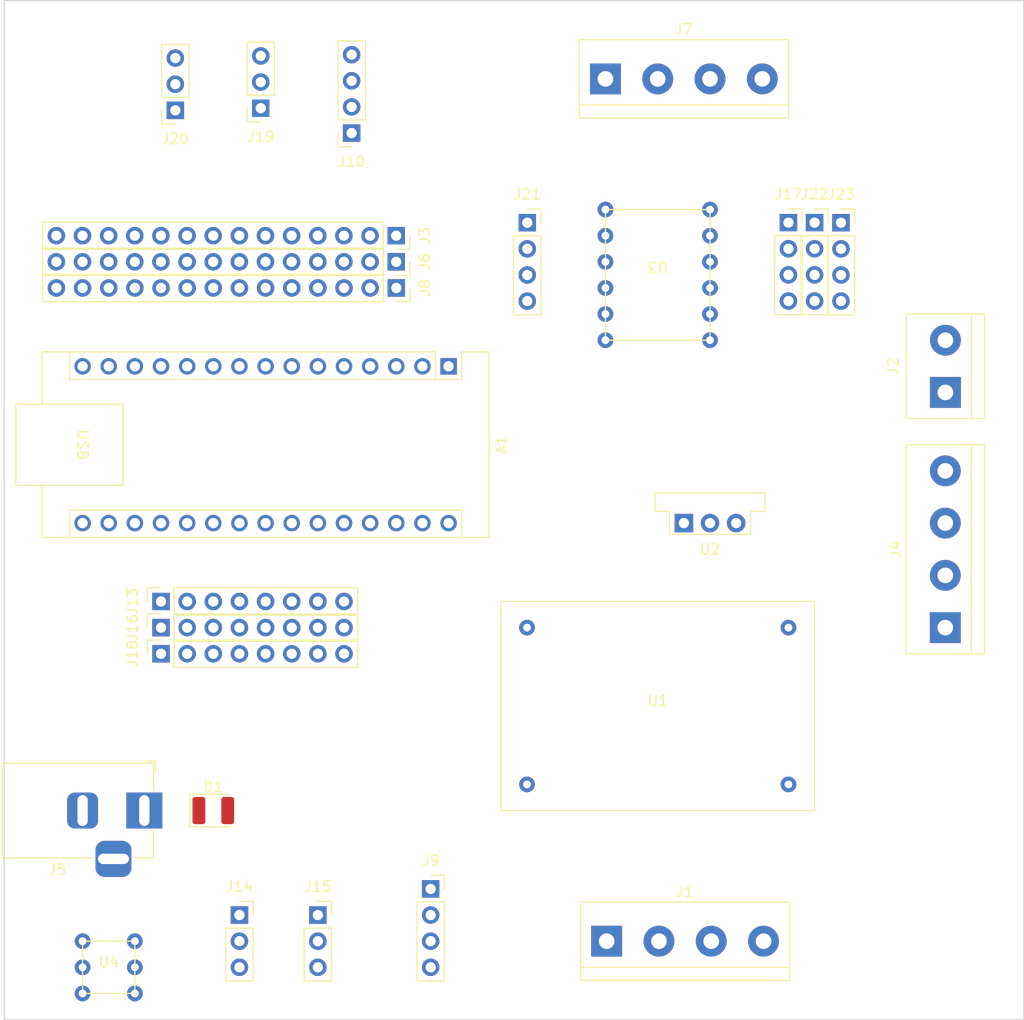
<source format=kicad_pcb>
(kicad_pcb (version 20211014) (generator pcbnew)
  (layers (0 "F.Cu" signal) (31 "B.Cu" signal) (34 "B.Paste" user) (35 "F.Paste" user) (36 "B.SilkS" user "B.Silkscreen") (37 "F.SilkS" user "F.Silkscreen") (38 "B.Mask" user) (39 "F.Mask" user) (44 "Edge.Cuts" user))
  (net 0 "")
  (net 1 "TX")
  (net 2 "RX")
  (net 4 "GND")
  (net 5 "Net-(A1-Pad5)")
  (net 6 "Net-(A1-Pad6)")
  (net 7 "Net-(A1-Pad7)")
  (net 8 "D5")
  (net 9 "D6")
  (net 10 "Net-(A1-Pad10)")
  (net 11 "Net-(A1-Pad11)")
  (net 12 "Net-(A1-Pad12)")
  (net 13 "Net-(A1-Pad13)")
  (net 14 "Net-(A1-Pad14)")
  (net 15 "Net-(A1-Pad15)")
  (net 16 "Net-(A1-Pad16)")
  (net 19 "A0")
  (net 20 "A1")
  (net 21 "Net-(A1-Pad21)")
  (net 22 "Net-(A1-Pad22)")
  (net 23 "SDA")
  (net 24 "SCL")
  (net 25 "Net-(A1-Pad25)")
  (net 26 "Net-(A1-Pad26)")
  (net 30 "+12VA")
  (net 31 "Net-(D1-Pad2)")
  (net 32 "+5VA")
  (net 33 "+3.3VA")
  (net 34 "+5V")
  (net 35 "Net-(J17-Pad1)")
  (net 36 "Net-(J17-Pad2)")
  (net 37 "Net-(J17-Pad3)")
  (net 38 "Net-(J17-Pad4)")
  (net 39 "Net-(J21-Pad1)")
  (net 40 "Net-(J21-Pad2)")
  (net 41 "Net-(J21-Pad3)")
  (net 42 "Net-(J21-Pad4)")
  (net 43 "+3.3V")
  (footprint "Converter_DCDC:Converter_DCDC_Murata_OKI-78SR_Vertical" (layer "F.Cu") (at 91.44 111.76)
    (fp_text reference "U2" (at 2.54 2.54 180) (layer "F.SilkS"))
    (fp_text value "dcdc-3v3")
    (fp_line (start 7.88 -1.15) (end 7.88 -2.92) (layer "F.SilkS") (width 0.12))
    (fp_line (start 7.88 -2.92) (end -2.79 -2.92) (layer "F.SilkS") (width 0.12))
    (fp_line (start 7.88 -1.14) (end 6.48 -1.14) (layer "F.SilkS") (width 0.12))
    (fp_line (start 6.48 -1.14) (end 6.48 1.1) (layer "F.SilkS") (width 0.12))
    (fp_line (start 6.48 1.1) (end -1.4 1.1) (layer "F.SilkS") (width 0.12))
    (fp_line (start -1.4 1.1) (end -1.4 -1.14) (layer "F.SilkS") (width 0.12))
    (fp_line (start -1.4 -1.14) (end -2.79 -1.14) (layer "F.SilkS") (width 0.12))
    (fp_line (start -2.79 -2.92) (end -2.79 -1.14) (layer "F.SilkS") (width 0.12))
    (pad "1" thru_hole rect (at 0 0) (size 1.8 1.8) (drill 1) (layers *.Cu *.Mask) (net 32 "+5VA"))
    (pad "2" thru_hole circle (at 2.54 0) (size 1.8 1.8) (drill 1) (layers *.Cu *.Mask) (net 4 "GND"))
    (pad "3" thru_hole circle (at 5.08 0) (size 1.8 1.8) (drill 1) (layers *.Cu *.Mask) (net 33 "+3.3VA"))
  )
  (footprint "Connector_BarrelJack:BarrelJack_Horizontal" (layer "F.Cu") (at 39.02 139.7)
    (fp_text reference "J5" (at -8.45 5.75) (layer "F.SilkS"))
    (fp_text value "power")
    (fp_line (start -13.8 -4.6) (end 0.9 -4.6) (layer "F.SilkS") (width 0.12))
    (fp_line (start -13.8 4.6) (end -13.8 -4.6) (layer "F.SilkS") (width 0.12))
    (fp_line (start -5 4.6) (end -13.8 4.6) (layer "F.SilkS") (width 0.12))
    (fp_line (start 0.05 -4.8) (end 1.1 -4.8) (layer "F.SilkS") (width 0.12))
    (fp_line (start 1.1 -3.75) (end 1.1 -4.8) (layer "F.SilkS") (width 0.12))
    (fp_line (start 0.9 1.9) (end 0.9 4.6) (layer "F.SilkS") (width 0.12))
    (fp_line (start 0.9 4.6) (end -1 4.6) (layer "F.SilkS") (width 0.12))
    (fp_line (start 0.9 -4.6) (end 0.9 -2) (layer "F.SilkS") (width 0.12))
    (pad "1" thru_hole rect (at 0 0) (size 3.5 3.5) (drill oval 1 3) (layers *.Cu *.Mask) (net 31 "Net-(D1-Pad2)"))
    (pad "2" thru_hole roundrect (at -6 0) (size 3 3.5) (drill oval 1 3) (layers *.Cu *.Mask) (net 4 "GND"))
    (pad "3" thru_hole roundrect (at -3 4.7) (size 3.5 3.5) (drill oval 3 1) (layers *.Cu *.Mask) (net 4 "GND"))
  )
  (footprint "Connector_PinSocket_2.54mm:PinSocket_1x08_P2.54mm_Vertical" (layer "F.Cu") (at 40.64 119.38 90)
    (fp_text reference "J13" (at 0 -2.77 90) (layer "F.SilkS"))
    (fp_text value "io")
    (fp_line (start 1.33 1.27) (end 1.33 19.11) (layer "F.SilkS") (width 0.12))
    (fp_line (start -1.33 19.11) (end 1.33 19.11) (layer "F.SilkS") (width 0.12))
    (fp_line (start -1.33 1.27) (end -1.33 19.11) (layer "F.SilkS") (width 0.12))
    (fp_line (start 0 -1.33) (end 1.33 -1.33) (layer "F.SilkS") (width 0.12))
    (fp_line (start -1.33 1.27) (end 1.33 1.27) (layer "F.SilkS") (width 0.12))
    (fp_line (start 1.33 -1.33) (end 1.33 0) (layer "F.SilkS") (width 0.12))
    (pad "1" thru_hole rect (at 0 0 90) (size 1.7 1.7) (drill 1) (layers *.Cu *.Mask) (net 19 "A0"))
    (pad "2" thru_hole oval (at 0 2.54 90) (size 1.7 1.7) (drill 1) (layers *.Cu *.Mask) (net 20 "A1"))
    (pad "3" thru_hole oval (at 0 5.08 90) (size 1.7 1.7) (drill 1) (layers *.Cu *.Mask) (net 21 "Net-(A1-Pad21)"))
    (pad "4" thru_hole oval (at 0 7.62 90) (size 1.7 1.7) (drill 1) (layers *.Cu *.Mask) (net 22 "Net-(A1-Pad22)"))
    (pad "5" thru_hole oval (at 0 10.16 90) (size 1.7 1.7) (drill 1) (layers *.Cu *.Mask) (net 23 "SDA"))
    (pad "6" thru_hole oval (at 0 12.7 90) (size 1.7 1.7) (drill 1) (layers *.Cu *.Mask) (net 24 "SCL"))
    (pad "7" thru_hole oval (at 0 15.24 90) (size 1.7 1.7) (drill 1) (layers *.Cu *.Mask) (net 25 "Net-(A1-Pad25)"))
    (pad "8" thru_hole oval (at 0 17.78 90) (size 1.7 1.7) (drill 1) (layers *.Cu *.Mask) (net 26 "Net-(A1-Pad26)"))
  )
  (footprint "Connector_PinSocket_2.54mm:PinSocket_1x03_P2.54mm_Vertical" (layer "F.Cu") (at 48.26 149.86)
    (fp_text reference "J14" (at 0 -2.77) (layer "F.SilkS"))
    (fp_text value "a0")
    (fp_line (start 1.33 -1.33) (end 1.33 0) (layer "F.SilkS") (width 0.12))
    (fp_line (start 0 -1.33) (end 1.33 -1.33) (layer "F.SilkS") (width 0.12))
    (fp_line (start 1.33 1.27) (end 1.33 6.41) (layer "F.SilkS") (width 0.12))
    (fp_line (start -1.33 6.41) (end 1.33 6.41) (layer "F.SilkS") (width 0.12))
    (fp_line (start -1.33 1.27) (end -1.33 6.41) (layer "F.SilkS") (width 0.12))
    (fp_line (start -1.33 1.27) (end 1.33 1.27) (layer "F.SilkS") (width 0.12))
    (pad "1" thru_hole rect (at 0 0) (size 1.7 1.7) (drill 1) (layers *.Cu *.Mask) (net 19 "A0"))
    (pad "2" thru_hole oval (at 0 2.54) (size 1.7 1.7) (drill 1) (layers *.Cu *.Mask) (net 34 "+5V"))
    (pad "3" thru_hole oval (at 0 5.08) (size 1.7 1.7) (drill 1) (layers *.Cu *.Mask) (net 4 "GND"))
  )
  (footprint "TerminalBlock:TerminalBlock_bornier-4_P5.08mm" (layer "F.Cu") (at 116.84 121.92 90)
    (fp_text reference "J4" (at 7.6 -4.8 90) (layer "F.SilkS"))
    (fp_text value "power")
    (fp_line (start -2.54 -3.81) (end -2.54 3.81) (layer "F.SilkS") (width 0.12))
    (fp_line (start 17.78 2.54) (end -2.54 2.54) (layer "F.SilkS") (width 0.12))
    (fp_line (start -2.54 -3.81) (end 17.78 -3.81) (layer "F.SilkS") (width 0.12))
    (fp_line (start 17.78 3.81) (end 17.78 -3.81) (layer "F.SilkS") (width 0.12))
    (fp_line (start -2.54 3.81) (end 17.78 3.81) (layer "F.SilkS") (width 0.12))
    (pad "1" thru_hole rect (at 0 0 90) (size 3 3) (drill 1.52) (layers *.Cu *.Mask) (net 30 "+12VA"))
    (pad "2" thru_hole circle (at 5.08 0 90) (size 3 3) (drill 1.52) (layers *.Cu *.Mask) (net 32 "+5VA"))
    (pad "3" thru_hole circle (at 10.16 0 90) (size 3 3) (drill 1.52) (layers *.Cu *.Mask) (net 33 "+3.3VA"))
    (pad "4" thru_hole circle (at 15.24 0 90) (size 3 3) (drill 1.52) (layers *.Cu *.Mask) (net 4 "GND"))
  )
  (footprint "TerminalBlock:TerminalBlock_bornier-2_P5.08mm" (layer "F.Cu") (at 116.85 99.06 90)
    (fp_text reference "J2" (at 2.54 -5.08 90) (layer "F.SilkS"))
    (fp_text value "i2c")
    (fp_line (start 7.62 3.81) (end 7.62 -3.81) (layer "F.SilkS") (width 0.12))
    (fp_line (start -2.54 -3.81) (end -2.54 3.81) (layer "F.SilkS") (width 0.12))
    (fp_line (start 7.62 2.54) (end -2.54 2.54) (layer "F.SilkS") (width 0.12))
    (fp_line (start -2.54 3.81) (end 7.62 3.81) (layer "F.SilkS") (width 0.12))
    (fp_line (start 7.62 -3.81) (end -2.54 -3.81) (layer "F.SilkS") (width 0.12))
    (pad "1" thru_hole rect (at 0 0 90) (size 3 3) (drill 1.52) (layers *.Cu *.Mask) (net 23 "SDA"))
    (pad "2" thru_hole circle (at 5.08 0 90) (size 3 3) (drill 1.52) (layers *.Cu *.Mask) (net 24 "SCL"))
  )
  (footprint "Connector_PinSocket_2.54mm:PinSocket_1x14_P2.54mm_Vertical" (layer "F.Cu") (at 63.49 83.82 -90)
    (fp_text reference "J3" (at 0 -2.77 90) (layer "F.SilkS"))
    (fp_text value "gnd")
    (fp_line (start 1.33 1.27) (end 1.33 34.35) (layer "F.SilkS") (width 0.12))
    (fp_line (start 0 -1.33) (end 1.33 -1.33) (layer "F.SilkS") (width 0.12))
    (fp_line (start -1.33 1.27) (end -1.33 34.35) (layer "F.SilkS") (width 0.12))
    (fp_line (start 1.33 -1.33) (end 1.33 0) (layer "F.SilkS") (width 0.12))
    (fp_line (start -1.33 34.35) (end 1.33 34.35) (layer "F.SilkS") (width 0.12))
    (fp_line (start -1.33 1.27) (end 1.33 1.27) (layer "F.SilkS") (width 0.12))
    (pad "1" thru_hole rect (at 0 0 270) (size 1.7 1.7) (drill 1) (layers *.Cu *.Mask) (net 4 "GND"))
    (pad "2" thru_hole oval (at 0 2.54 270) (size 1.7 1.7) (drill 1) (layers *.Cu *.Mask) (net 4 "GND"))
    (pad "3" thru_hole oval (at 0 5.08 270) (size 1.7 1.7) (drill 1) (layers *.Cu *.Mask) (net 4 "GND"))
    (pad "4" thru_hole oval (at 0 7.62 270) (size 1.7 1.7) (drill 1) (layers *.Cu *.Mask) (net 4 "GND"))
    (pad "5" thru_hole oval (at 0 10.16 270) (size 1.7 1.7) (drill 1) (layers *.Cu *.Mask) (net 4 "GND"))
    (pad "6" thru_hole oval (at 0 12.7 270) (size 1.7 1.7) (drill 1) (layers *.Cu *.Mask) (net 4 "GND"))
    (pad "7" thru_hole oval (at 0 15.24 270) (size 1.7 1.7) (drill 1) (layers *.Cu *.Mask) (net 4 "GND"))
    (pad "8" thru_hole oval (at 0 17.78 270) (size 1.7 1.7) (drill 1) (layers *.Cu *.Mask) (net 4 "GND"))
    (pad "9" thru_hole oval (at 0 20.32 270) (size 1.7 1.7) (drill 1) (layers *.Cu *.Mask) (net 4 "GND"))
    (pad "10" thru_hole oval (at 0 22.86 270) (size 1.7 1.7) (drill 1) (layers *.Cu *.Mask) (net 4 "GND"))
    (pad "11" thru_hole oval (at 0 25.4 270) (size 1.7 1.7) (drill 1) (layers *.Cu *.Mask) (net 4 "GND"))
    (pad "12" thru_hole oval (at 0 27.94 270) (size 1.7 1.7) (drill 1) (layers *.Cu *.Mask) (net 4 "GND"))
    (pad "13" thru_hole oval (at 0 30.48 270) (size 1.7 1.7) (drill 1) (layers *.Cu *.Mask) (net 4 "GND"))
    (pad "14" thru_hole oval (at 0 33.02 270) (size 1.7 1.7) (drill 1) (layers *.Cu *.Mask) (net 4 "GND"))
  )
  (footprint "Connector_PinSocket_2.54mm:PinSocket_1x03_P2.54mm_Vertical" (layer "F.Cu") (at 42.03 71.635 180)
    (fp_text reference "J20" (at 0 -2.77) (layer "F.SilkS"))
    (fp_text value "d6")
    (fp_line (start 1.33 1.27) (end 1.33 6.41) (layer "F.SilkS") (width 0.12))
    (fp_line (start -1.33 1.27) (end 1.33 1.27) (layer "F.SilkS") (width 0.12))
    (fp_line (start -1.33 6.41) (end 1.33 6.41) (layer "F.SilkS") (width 0.12))
    (fp_line (start 0 -1.33) (end 1.33 -1.33) (layer "F.SilkS") (width 0.12))
    (fp_line (start 1.33 -1.33) (end 1.33 0) (layer "F.SilkS") (width 0.12))
    (fp_line (start -1.33 1.27) (end -1.33 6.41) (layer "F.SilkS") (width 0.12))
    (pad "1" thru_hole rect (at 0 0 180) (size 1.7 1.7) (drill 1) (layers *.Cu *.Mask) (net 9 "D6"))
    (pad "2" thru_hole oval (at 0 2.54 180) (size 1.7 1.7) (drill 1) (layers *.Cu *.Mask) (net 34 "+5V"))
    (pad "3" thru_hole oval (at 0 5.08 180) (size 1.7 1.7) (drill 1) (layers *.Cu *.Mask) (net 4 "GND"))
  )
  (footprint "my-packages:dcdc-converter" (layer "F.Cu") (at 88.9 129.54)
    (fp_text reference "U1" (at 0 -0.5 unlocked) (layer "F.SilkS"))
    (fp_text value "dcdc-5v")
    (fp_rect (start -15.24 -10.16) (end 15.24 10.16) (layer "F.SilkS") (width 0.12) (fill none))
    (pad "1" thru_hole circle (at -12.7 -7.62) (size 1.524 1.524) (drill 0.762) (layers *.Cu *.Mask) (net 30 "+12VA"))
    (pad "2" thru_hole circle (at -12.7 7.62) (size 1.524 1.524) (drill 0.762) (layers *.Cu *.Mask) (net 4 "GND"))
    (pad "3" thru_hole circle (at 12.7 -7.62) (size 1.524 1.524) (drill 0.762) (layers *.Cu *.Mask) (net 32 "+5VA"))
    (pad "4" thru_hole circle (at 12.7 7.62) (size 1.524 1.524) (drill 0.762) (layers *.Cu *.Mask) (net 4 "GND"))
  )
  (footprint "Diode_SMD:D_1210_3225Metric" (layer "F.Cu") (at 45.72 139.7)
    (fp_text reference "D1" (at 0 -2.28) (layer "F.SilkS"))
    (fp_text value "D_Schottky")
    (fp_line (start 1.6 -1.585) (end -2.285 -1.585) (layer "F.SilkS") (width 0.12))
    (fp_line (start -2.285 -1.585) (end -2.285 1.585) (layer "F.SilkS") (width 0.12))
    (fp_line (start -2.285 1.585) (end 1.6 1.585) (layer "F.SilkS") (width 0.12))
    (pad "1" smd roundrect (at -1.4 0) (size 1.25 2.65) (layers "F.Cu" "F.Paste" "F.Mask") (roundrect_rratio 0.2) (net 30 "+12VA"))
    (pad "2" smd roundrect (at 1.4 0) (size 1.25 2.65) (layers "F.Cu" "F.Paste" "F.Mask") (roundrect_rratio 0.2) (net 31 "Net-(D1-Pad2)"))
  )
  (footprint "TerminalBlock:TerminalBlock_bornier-4_P5.08mm" (layer "F.Cu") (at 83.94 152.4)
    (fp_text reference "J1" (at 7.6 -4.8) (layer "F.SilkS"))
    (fp_text value "power")
    (fp_line (start -2.54 -3.81) (end 17.78 -3.81) (layer "F.SilkS") (width 0.12))
    (fp_line (start 17.78 2.54) (end -2.54 2.54) (layer "F.SilkS") (width 0.12))
    (fp_line (start -2.54 -3.81) (end -2.54 3.81) (layer "F.SilkS") (width 0.12))
    (fp_line (start 17.78 3.81) (end 17.78 -3.81) (layer "F.SilkS") (width 0.12))
    (fp_line (start -2.54 3.81) (end 17.78 3.81) (layer "F.SilkS") (width 0.12))
    (pad "1" thru_hole rect (at 0 0) (size 3 3) (drill 1.52) (layers *.Cu *.Mask) (net 30 "+12VA"))
    (pad "2" thru_hole circle (at 5.08 0) (size 3 3) (drill 1.52) (layers *.Cu *.Mask) (net 32 "+5VA"))
    (pad "3" thru_hole circle (at 10.16 0) (size 3 3) (drill 1.52) (layers *.Cu *.Mask) (net 33 "+3.3VA"))
    (pad "4" thru_hole circle (at 15.24 0) (size 3 3) (drill 1.52) (layers *.Cu *.Mask) (net 4 "GND"))
  )
  (footprint "my-packages:dip-12pin" (layer "F.Cu") (at 88.9 86.36 180)
    (fp_text reference "U3" (at 0 -0.5 180 unlocked) (layer "F.SilkS"))
    (fp_text value "level-shifter")
    (fp_rect (start -5.08 -7.62) (end 5.08 5.08) (layer "F.SilkS") (width 0.12) (fill none))
    (pad "1" thru_hole circle (at -5.08 -7.62 180) (size 1.524 1.524) (drill 0.762) (layers *.Cu *.Mask) (net 38 "Net-(J17-Pad4)"))
    (pad "2" thru_hole circle (at -5.08 -5.08 180) (size 1.524 1.524) (drill 0.762) (layers *.Cu *.Mask) (net 37 "Net-(J17-Pad3)"))
    (pad "3" thru_hole circle (at -5.08 -2.54 180) (size 1.524 1.524) (drill 0.762) (layers *.Cu *.Mask) (net 4 "GND"))
    (pad "4" thru_hole circle (at -5.08 0 180) (size 1.524 1.524) (drill 0.762) (layers *.Cu *.Mask) (net 43 "+3.3V"))
    (pad "5" thru_hole circle (at -5.08 2.54 180) (size 1.524 1.524) (drill 0.762) (layers *.Cu *.Mask) (net 36 "Net-(J17-Pad2)"))
    (pad "6" thru_hole circle (at -5.08 5.08 180) (size 1.524 1.524) (drill 0.762) (layers *.Cu *.Mask) (net 35 "Net-(J17-Pad1)"))
    (pad "7" thru_hole circle (at 5.08 -7.62 180) (size 1.524 1.524) (drill 0.762) (layers *.Cu *.Mask) (net 42 "Net-(J21-Pad4)"))
    (pad "8" thru_hole circle (at 5.08 -5.08 180) (size 1.524 1.524) (drill 0.762) (layers *.Cu *.Mask) (net 41 "Net-(J21-Pad3)"))
    (pad "9" thru_hole circle (at 5.08 -2.54 180) (size 1.524 1.524) (drill 0.762) (layers *.Cu *.Mask) (net 34 "+5V"))
    (pad "10" thru_hole circle (at 5.08 0 180) (size 1.524 1.524) (drill 0.762) (layers *.Cu *.Mask) (net 4 "GND"))
    (pad "11" thru_hole circle (at 5.08 2.54 180) (size 1.524 1.524) (drill 0.762) (layers *.Cu *.Mask) (net 40 "Net-(J21-Pad2)"))
    (pad "12" thru_hole circle (at 5.08 5.08 180) (size 1.524 1.524) (drill 0.762) (layers *.Cu *.Mask) (net 39 "Net-(J21-Pad1)"))
  )
  (footprint "Connector_PinSocket_2.54mm:PinSocket_1x14_P2.54mm_Vertical" (layer "F.Cu") (at 63.49 86.36 -90)
    (fp_text reference "J6" (at 0 -2.77 90) (layer "F.SilkS"))
    (fp_text value "vcc")
    (fp_line (start -1.33 1.27) (end 1.33 1.27) (layer "F.SilkS") (width 0.12))
    (fp_line (start -1.33 1.27) (end -1.33 34.35) (layer "F.SilkS") (width 0.12))
    (fp_line (start 0 -1.33) (end 1.33 -1.33) (layer "F.SilkS") (width 0.12))
    (fp_line (start -1.33 34.35) (end 1.33 34.35) (layer "F.SilkS") (width 0.12))
    (fp_line (start 1.33 -1.33) (end 1.33 0) (layer "F.SilkS") (width 0.12))
    (fp_line (start 1.33 1.27) (end 1.33 34.35) (layer "F.SilkS") (width 0.12))
    (pad "1" thru_hole rect (at 0 0 270) (size 1.7 1.7) (drill 1) (layers *.Cu *.Mask) (net 34 "+5V"))
    (pad "2" thru_hole oval (at 0 2.54 270) (size 1.7 1.7) (drill 1) (layers *.Cu *.Mask) (net 34 "+5V"))
    (pad "3" thru_hole oval (at 0 5.08 270) (size 1.7 1.7) (drill 1) (layers *.Cu *.Mask) (net 34 "+5V"))
    (pad "4" thru_hole oval (at 0 7.62 270) (size 1.7 1.7) (drill 1) (layers *.Cu *.Mask) (net 34 "+5V"))
    (pad "5" thru_hole oval (at 0 10.16 270) (size 1.7 1.7) (drill 1) (layers *.Cu *.Mask) (net 34 "+5V"))
    (pad "6" thru_hole oval (at 0 12.7 270) (size 1.7 1.7) (drill 1) (layers *.Cu *.Mask) (net 34 "+5V"))
    (pad "7" thru_hole oval (at 0 15.24 270) (size 1.7 1.7) (drill 1) (layers *.Cu *.Mask) (net 34 "+5V"))
    (pad "8" thru_hole oval (at 0 17.78 270) (size 1.7 1.7) (drill 1) (layers *.Cu *.Mask) (net 34 "+5V"))
    (pad "9" thru_hole oval (at 0 20.32 270) (size 1.7 1.7) (drill 1) (layers *.Cu *.Mask) (net 34 "+5V"))
    (pad "10" thru_hole oval (at 0 22.86 270) (size 1.7 1.7) (drill 1) (layers *.Cu *.Mask) (net 34 "+5V"))
    (pad "11" thru_hole oval (at 0 25.4 270) (size 1.7 1.7) (drill 1) (layers *.Cu *.Mask) (net 34 "+5V"))
    (pad "12" thru_hole oval (at 0 27.94 270) (size 1.7 1.7) (drill 1) (layers *.Cu *.Mask) (net 34 "+5V"))
    (pad "13" thru_hole oval (at 0 30.48 270) (size 1.7 1.7) (drill 1) (layers *.Cu *.Mask) (net 34 "+5V"))
    (pad "14" thru_hole oval (at 0 33.02 270) (size 1.7 1.7) (drill 1) (layers *.Cu *.Mask) (net 34 "+5V"))
  )
  (footprint "Connector_PinSocket_2.54mm:PinSocket_1x04_P2.54mm_Vertical" (layer "F.Cu") (at 59.16 73.845 180)
    (fp_text reference "J10" (at 0 -2.77) (layer "F.SilkS"))
    (fp_text value "uart")
    (fp_line (start -1.33 1.27) (end -1.33 8.95) (layer "F.SilkS") (width 0.12))
    (fp_line (start 1.33 1.27) (end 1.33 8.95) (layer "F.SilkS") (width 0.12))
    (fp_line (start -1.33 8.95) (end 1.33 8.95) (layer "F.SilkS") (width 0.12))
    (fp_line (start 0 -1.33) (end 1.33 -1.33) (layer "F.SilkS") (width 0.12))
    (fp_line (start -1.33 1.27) (end 1.33 1.27) (layer "F.SilkS") (width 0.12))
    (fp_line (start 1.33 -1.33) (end 1.33 0) (layer "F.SilkS") (width 0.12))
    (pad "1" thru_hole rect (at 0 0 180) (size 1.7 1.7) (drill 1) (layers *.Cu *.Mask) (net 1 "TX"))
    (pad "2" thru_hole oval (at 0 2.54 180) (size 1.7 1.7) (drill 1) (layers *.Cu *.Mask) (net 2 "RX"))
    (pad "3" thru_hole oval (at 0 5.08 180) (size 1.7 1.7) (drill 1) (layers *.Cu *.Mask) (net 34 "+5V"))
    (pad "4" thru_hole oval (at 0 7.62 180) (size 1.7 1.7) (drill 1) (layers *.Cu *.Mask) (net 4 "GND"))
  )
  (footprint "Connector_PinSocket_2.54mm:PinSocket_1x14_P2.54mm_Vertical" (layer "F.Cu") (at 63.5 88.9 -90)
    (fp_text reference "J8" (at 0 -2.77 90) (layer "F.SilkS"))
    (fp_text value "io")
    (fp_line (start 1.33 1.27) (end 1.33 34.35) (layer "F.SilkS") (width 0.12))
    (fp_line (start -1.33 1.27) (end 1.33 1.27) (layer "F.SilkS") (width 0.12))
    (fp_line (start 0 -1.33) (end 1.33 -1.33) (layer "F.SilkS") (width 0.12))
    (fp_line (start 1.33 -1.33) (end 1.33 0) (layer "F.SilkS") (width 0.12))
    (fp_line (start -1.33 34.35) (end 1.33 34.35) (layer "F.SilkS") (width 0.12))
    (fp_line (start -1.33 1.27) (end -1.33 34.35) (layer "F.SilkS") (width 0.12))
    (pad "1" thru_hole rect (at 0 0 270) (size 1.7 1.7) (drill 1) (layers *.Cu *.Mask) (net 2 "RX"))
    (pad "2" thru_hole oval (at 0 2.54 270) (size 1.7 1.7) (drill 1) (layers *.Cu *.Mask) (net 1 "TX"))
    (pad "3" thru_hole oval (at 0 5.08 270) (size 1.7 1.7) (drill 1) (layers *.Cu *.Mask) (net 5 "Net-(A1-Pad5)"))
    (pad "4" thru_hole oval (at 0 7.62 270) (size 1.7 1.7) (drill 1) (layers *.Cu *.Mask) (net 6 "Net-(A1-Pad6)"))
    (pad "5" thru_hole oval (at 0 10.16 270) (size 1.7 1.7) (drill 1) (layers *.Cu *.Mask) (net 7 "Net-(A1-Pad7)"))
    (pad "6" thru_hole oval (at 0 12.7 270) (size 1.7 1.7) (drill 1) (layers *.Cu *.Mask) (net 8 "D5"))
    (pad "7" thru_hole oval (at 0 15.24 270) (size 1.7 1.7) (drill 1) (layers *.Cu *.Mask) (net 9 "D6"))
    (pad "8" thru_hole oval (at 0 17.78 270) (size 1.7 1.7) (drill 1) (layers *.Cu *.Mask) (net 10 "Net-(A1-Pad10)"))
    (pad "9" thru_hole oval (at 0 20.32 270) (size 1.7 1.7) (drill 1) (layers *.Cu *.Mask) (net 11 "Net-(A1-Pad11)"))
    (pad "10" thru_hole oval (at 0 22.86 270) (size 1.7 1.7) (drill 1) (layers *.Cu *.Mask) (net 12 "Net-(A1-Pad12)"))
    (pad "11" thru_hole oval (at 0 25.4 270) (size 1.7 1.7) (drill 1) (layers *.Cu *.Mask) (net 13 "Net-(A1-Pad13)"))
    (pad "12" thru_hole oval (at 0 27.94 270) (size 1.7 1.7) (drill 1) (layers *.Cu *.Mask) (net 14 "Net-(A1-Pad14)"))
    (pad "13" thru_hole oval (at 0 30.48 270) (size 1.7 1.7) (drill 1) (layers *.Cu *.Mask) (net 15 "Net-(A1-Pad15)"))
    (pad "14" thru_hole oval (at 0 33.02 270) (size 1.7 1.7) (drill 1) (layers *.Cu *.Mask) (net 16 "Net-(A1-Pad16)"))
  )
  (footprint "Connector_PinSocket_2.54mm:PinSocket_1x03_P2.54mm_Vertical" (layer "F.Cu") (at 55.88 149.86)
    (fp_text reference "J15" (at 0 -2.77) (layer "F.SilkS"))
    (fp_text value "a1")
    (fp_line (start 1.33 1.27) (end 1.33 6.41) (layer "F.SilkS") (width 0.12))
    (fp_line (start -1.33 6.41) (end 1.33 6.41) (layer "F.SilkS") (width 0.12))
    (fp_line (start -1.33 1.27) (end 1.33 1.27) (layer "F.SilkS") (width 0.12))
    (fp_line (start -1.33 1.27) (end -1.33 6.41) (layer "F.SilkS") (width 0.12))
    (fp_line (start 0 -1.33) (end 1.33 -1.33) (layer "F.SilkS") (width 0.12))
    (fp_line (start 1.33 -1.33) (end 1.33 0) (layer "F.SilkS") (width 0.12))
    (pad "1" thru_hole rect (at 0 0) (size 1.7 1.7) (drill 1) (layers *.Cu *.Mask) (net 20 "A1"))
    (pad "2" thru_hole oval (at 0 2.54) (size 1.7 1.7) (drill 1) (layers *.Cu *.Mask) (net 34 "+5V"))
    (pad "3" thru_hole oval (at 0 5.08) (size 1.7 1.7) (drill 1) (layers *.Cu *.Mask) (net 4 "GND"))
  )
  (footprint "TerminalBlock:TerminalBlock_bornier-4_P5.08mm" (layer "F.Cu") (at 83.82 68.58)
    (fp_text reference "J7" (at 7.6 -4.8) (layer "F.SilkS"))
    (fp_text value "power")
    (fp_line (start 17.78 3.81) (end 17.78 -3.81) (layer "F.SilkS") (width 0.12))
    (fp_line (start -2.54 -3.81) (end 17.78 -3.81) (layer "F.SilkS") (width 0.12))
    (fp_line (start -2.54 -3.81) (end -2.54 3.81) (layer "F.SilkS") (width 0.12))
    (fp_line (start 17.78 2.54) (end -2.54 2.54) (layer "F.SilkS") (width 0.12))
    (fp_line (start -2.54 3.81) (end 17.78 3.81) (layer "F.SilkS") (width 0.12))
    (pad "1" thru_hole rect (at 0 0) (size 3 3) (drill 1.52) (layers *.Cu *.Mask) (net 30 "+12VA"))
    (pad "2" thru_hole circle (at 5.08 0) (size 3 3) (drill 1.52) (layers *.Cu *.Mask) (net 32 "+5VA"))
    (pad "3" thru_hole circle (at 10.16 0) (size 3 3) (drill 1.52) (layers *.Cu *.Mask) (net 33 "+3.3VA"))
    (pad "4" thru_hole circle (at 15.24 0) (size 3 3) (drill 1.52) (layers *.Cu *.Mask) (net 4 "GND"))
  )
  (footprint "Connector_PinSocket_2.54mm:PinSocket_1x08_P2.54mm_Vertical" (layer "F.Cu") (at 40.64 124.46 90)
    (fp_text reference "J18" (at 0 -2.77 90) (layer "F.SilkS"))
    (fp_text value "gnd")
    (fp_line (start 1.33 1.27) (end 1.33 19.11) (layer "F.SilkS") (width 0.12))
    (fp_line (start -1.33 1.27) (end -1.33 19.11) (layer "F.SilkS") (width 0.12))
    (fp_line (start -1.33 1.27) (end 1.33 1.27) (layer "F.SilkS") (width 0.12))
    (fp_line (start 1.33 -1.33) (end 1.33 0) (layer "F.SilkS") (width 0.12))
    (fp_line (start -1.33 19.11) (end 1.33 19.11) (layer "F.SilkS") (width 0.12))
    (fp_line (start 0 -1.33) (end 1.33 -1.33) (layer "F.SilkS") (width 0.12))
    (pad "1" thru_hole rect (at 0 0 90) (size 1.7 1.7) (drill 1) (layers *.Cu *.Mask) (net 4 "GND"))
    (pad "2" thru_hole oval (at 0 2.54 90) (size 1.7 1.7) (drill 1) (layers *.Cu *.Mask) (net 4 "GND"))
    (pad "3" thru_hole oval (at 0 5.08 90) (size 1.7 1.7) (drill 1) (layers *.Cu *.Mask) (net 4 "GND"))
    (pad "4" thru_hole oval (at 0 7.62 90) (size 1.7 1.7) (drill 1) (layers *.Cu *.Mask) (net 4 "GND"))
    (pad "5" thru_hole oval (at 0 10.16 90) (size 1.7 1.7) (drill 1) (layers *.Cu *.Mask) (net 4 "GND"))
    (pad "6" thru_hole oval (at 0 12.7 90) (size 1.7 1.7) (drill 1) (layers *.Cu *.Mask) (net 4 "GND"))
    (pad "7" thru_hole oval (at 0 15.24 90) (size 1.7 1.7) (drill 1) (layers *.Cu *.Mask) (net 4 "GND"))
    (pad "8" thru_hole oval (at 0 17.78 90) (size 1.7 1.7) (drill 1) (layers *.Cu *.Mask) (net 4 "GND"))
  )
  (footprint "Connector_PinSocket_2.54mm:PinSocket_1x04_P2.54mm_Vertical" (layer "F.Cu") (at 104.14 82.55)
    (fp_text reference "J22" (at 0 -2.77) (layer "F.SilkS"))
    (fp_text value "vcc")
    (fp_line (start 0 -1.33) (end 1.33 -1.33) (layer "F.SilkS") (width 0.12))
    (fp_line (start 1.33 1.27) (end 1.33 8.95) (layer "F.SilkS") (width 0.12))
    (fp_line (start 1.33 -1.33) (end 1.33 0) (layer "F.SilkS") (width 0.12))
    (fp_line (start -1.33 1.27) (end -1.33 8.95) (layer "F.SilkS") (width 0.12))
    (fp_line (start -1.33 1.27) (end 1.33 1.27) (layer "F.SilkS") (width 0.12))
    (fp_line (start -1.33 8.95) (end 1.33 8.95) (layer "F.SilkS") (width 0.12))
    (pad "1" thru_hole rect (at 0 0) (size 1.7 1.7) (drill 1) (layers *.Cu *.Mask) (net 43 "+3.3V"))
    (pad "2" thru_hole oval (at 0 2.54) (size 1.7 1.7) (drill 1) (layers *.Cu *.Mask) (net 43 "+3.3V"))
    (pad "3" thru_hole oval (at 0 5.08) (size 1.7 1.7) (drill 1) (layers *.Cu *.Mask) (net 43 "+3.3V"))
    (pad "4" thru_hole oval (at 0 7.62) (size 1.7 1.7) (drill 1) (layers *.Cu *.Mask) (net 43 "+3.3V"))
  )
  (footprint "Connector_PinSocket_2.54mm:PinSocket_1x08_P2.54mm_Vertical" (layer "F.Cu") (at 40.64 121.92 90)
    (fp_text reference "J16" (at 0 -2.77 90) (layer "F.SilkS"))
    (fp_text value "vcc")
    (fp_line (start 1.33 1.27) (end 1.33 19.11) (layer "F.SilkS") (width 0.12))
    (fp_line (start 0 -1.33) (end 1.33 -1.33) (layer "F.SilkS") (width 0.12))
    (fp_line (start -1.33 1.27) (end 1.33 1.27) (layer "F.SilkS") (width 0.12))
    (fp_line (start -1.33 19.11) (end 1.33 19.11) (layer "F.SilkS") (width 0.12))
    (fp_line (start 1.33 -1.33) (end 1.33 0) (layer "F.SilkS") (width 0.12))
    (fp_line (start -1.33 1.27) (end -1.33 19.11) (layer "F.SilkS") (width 0.12))
    (pad "1" thru_hole rect (at 0 0 90) (size 1.7 1.7) (drill 1) (layers *.Cu *.Mask) (net 34 "+5V"))
    (pad "2" thru_hole oval (at 0 2.54 90) (size 1.7 1.7) (drill 1) (layers *.Cu *.Mask) (net 34 "+5V"))
    (pad "3" thru_hole oval (at 0 5.08 90) (size 1.7 1.7) (drill 1) (layers *.Cu *.Mask) (net 34 "+5V"))
    (pad "4" thru_hole oval (at 0 7.62 90) (size 1.7 1.7) (drill 1) (layers *.Cu *.Mask) (net 34 "+5V"))
    (pad "5" thru_hole oval (at 0 10.16 90) (size 1.7 1.7) (drill 1) (layers *.Cu *.Mask) (net 34 "+5V"))
    (pad "6" thru_hole oval (at 0 12.7 90) (size 1.7 1.7) (drill 1) (layers *.Cu *.Mask) (net 34 "+5V"))
    (pad "7" thru_hole oval (at 0 15.24 90) (size 1.7 1.7) (drill 1) (layers *.Cu *.Mask) (net 34 "+5V"))
    (pad "8" thru_hole oval (at 0 17.78 90) (size 1.7 1.7) (drill 1) (layers *.Cu *.Mask) (net 34 "+5V"))
  )
  (footprint "Connector_PinSocket_2.54mm:PinSocket_1x04_P2.54mm_Vertical" (layer "F.Cu") (at 106.705 82.56)
    (fp_text reference "J23" (at 0 -2.77) (layer "F.SilkS"))
    (fp_text value "gnd")
    (fp_line (start 0 -1.33) (end 1.33 -1.33) (layer "F.SilkS") (width 0.12))
    (fp_line (start -1.33 1.27) (end -1.33 8.95) (layer "F.SilkS") (width 0.12))
    (fp_line (start -1.33 1.27) (end 1.33 1.27) (layer "F.SilkS") (width 0.12))
    (fp_line (start -1.33 8.95) (end 1.33 8.95) (layer "F.SilkS") (width 0.12))
    (fp_line (start 1.33 -1.33) (end 1.33 0) (layer "F.SilkS") (width 0.12))
    (fp_line (start 1.33 1.27) (end 1.33 8.95) (layer "F.SilkS") (width 0.12))
    (pad "1" thru_hole rect (at 0 0) (size 1.7 1.7) (drill 1) (layers *.Cu *.Mask) (net 4 "GND"))
    (pad "2" thru_hole oval (at 0 2.54) (size 1.7 1.7) (drill 1) (layers *.Cu *.Mask) (net 4 "GND"))
    (pad "3" thru_hole oval (at 0 5.08) (size 1.7 1.7) (drill 1) (layers *.Cu *.Mask) (net 4 "GND"))
    (pad "4" thru_hole oval (at 0 7.62) (size 1.7 1.7) (drill 1) (layers *.Cu *.Mask) (net 4 "GND"))
  )
  (footprint "Connector_PinSocket_2.54mm:PinSocket_1x04_P2.54mm_Vertical" (layer "F.Cu") (at 101.6 82.55)
    (fp_text reference "J17" (at 0 -2.77) (layer "F.SilkS"))
    (fp_text value "lvio")
    (fp_line (start 1.33 1.27) (end 1.33 8.95) (layer "F.SilkS") (width 0.12))
    (fp_line (start 0 -1.33) (end 1.33 -1.33) (layer "F.SilkS") (width 0.12))
    (fp_line (start -1.33 1.27) (end -1.33 8.95) (layer "F.SilkS") (width 0.12))
    (fp_line (start -1.33 8.95) (end 1.33 8.95) (layer "F.SilkS") (width 0.12))
    (fp_line (start 1.33 -1.33) (end 1.33 0) (layer "F.SilkS") (width 0.12))
    (fp_line (start -1.33 1.27) (end 1.33 1.27) (layer "F.SilkS") (width 0.12))
    (pad "1" thru_hole rect (at 0 0) (size 1.7 1.7) (drill 1) (layers *.Cu *.Mask) (net 35 "Net-(J17-Pad1)"))
    (pad "2" thru_hole oval (at 0 2.54) (size 1.7 1.7) (drill 1) (layers *.Cu *.Mask) (net 36 "Net-(J17-Pad2)"))
    (pad "3" thru_hole oval (at 0 5.08) (size 1.7 1.7) (drill 1) (layers *.Cu *.Mask) (net 37 "Net-(J17-Pad3)"))
    (pad "4" thru_hole oval (at 0 7.62) (size 1.7 1.7) (drill 1) (layers *.Cu *.Mask) (net 38 "Net-(J17-Pad4)"))
  )
  (footprint "Connector_PinSocket_2.54mm:PinSocket_1x04_P2.54mm_Vertical" (layer "F.Cu") (at 66.84 147.32)
    (fp_text reference "J9" (at 0 -2.77) (layer "F.SilkS"))
    (fp_text value "i2c")
    (fp_line (start 0 -1.33) (end 1.33 -1.33) (layer "F.SilkS") (width 0.12))
    (fp_line (start -1.33 8.95) (end 1.33 8.95) (layer "F.SilkS") (width 0.12))
    (fp_line (start -1.33 1.27) (end -1.33 8.95) (layer "F.SilkS") (width 0.12))
    (fp_line (start -1.33 1.27) (end 1.33 1.27) (layer "F.SilkS") (width 0.12))
    (fp_line (start 1.33 1.27) (end 1.33 8.95) (layer "F.SilkS") (width 0.12))
    (fp_line (start 1.33 -1.33) (end 1.33 0) (layer "F.SilkS") (width 0.12))
    (pad "1" thru_hole rect (at 0 0) (size 1.7 1.7) (drill 1) (layers *.Cu *.Mask) (net 24 "SCL"))
    (pad "2" thru_hole oval (at 0 2.54) (size 1.7 1.7) (drill 1) (layers *.Cu *.Mask) (net 23 "SDA"))
    (pad "3" thru_hole oval (at 0 5.08) (size 1.7 1.7) (drill 1) (layers *.Cu *.Mask) (net 34 "+5V"))
    (pad "4" thru_hole oval (at 0 7.62) (size 1.7 1.7) (drill 1) (layers *.Cu *.Mask) (net 4 "GND"))
  )
  (footprint "Connector_PinSocket_2.54mm:PinSocket_1x04_P2.54mm_Vertical" (layer "F.Cu") (at 76.225 82.56)
    (fp_text reference "J21" (at 0 -2.77) (layer "F.SilkS"))
    (fp_text value "hvio")
    (fp_line (start 1.33 -1.33) (end 1.33 0) (layer "F.SilkS") (width 0.12))
    (fp_line (start 0 -1.33) (end 1.33 -1.33) (layer "F.SilkS") (width 0.12))
    (fp_line (start -1.33 8.95) (end 1.33 8.95) (layer "F.SilkS") (width 0.12))
    (fp_line (start -1.33 1.27) (end 1.33 1.27) (layer "F.SilkS") (width 0.12))
    (fp_line (start 1.33 1.27) (end 1.33 8.95) (layer "F.SilkS") (width 0.12))
    (fp_line (start -1.33 1.27) (end -1.33 8.95) (layer "F.SilkS") (width 0.12))
    (pad "1" thru_hole rect (at 0 0) (size 1.7 1.7) (drill 1) (layers *.Cu *.Mask) (net 39 "Net-(J21-Pad1)"))
    (pad "2" thru_hole oval (at 0 2.54) (size 1.7 1.7) (drill 1) (layers *.Cu *.Mask) (net 40 "Net-(J21-Pad2)"))
    (pad "3" thru_hole oval (at 0 5.08) (size 1.7 1.7) (drill 1) (layers *.Cu *.Mask) (net 41 "Net-(J21-Pad3)"))
    (pad "4" thru_hole oval (at 0 7.62) (size 1.7 1.7) (drill 1) (layers *.Cu *.Mask) (net 42 "Net-(J21-Pad4)"))
  )
  (footprint "Connector_PinSocket_2.54mm:PinSocket_1x03_P2.54mm_Vertical" (layer "F.Cu") (at 50.33 71.4275 180)
    (fp_text reference "J19" (at 0 -2.77) (layer "F.SilkS"))
    (fp_text value "d5")
    (fp_line (start -1.33 1.27) (end -1.33 6.41) (layer "F.SilkS") (width 0.12))
    (fp_line (start -1.33 1.27) (end 1.33 1.27) (layer "F.SilkS") (width 0.12))
    (fp_line (start 0 -1.33) (end 1.33 -1.33) (layer "F.SilkS") (width 0.12))
    (fp_line (start -1.33 6.41) (end 1.33 6.41) (layer "F.SilkS") (width 0.12))
    (fp_line (start 1.33 1.27) (end 1.33 6.41) (layer "F.SilkS") (width 0.12))
    (fp_line (start 1.33 -1.33) (end 1.33 0) (layer "F.SilkS") (width 0.12))
    (pad "1" thru_hole rect (at 0 0 180) (size 1.7 1.7) (drill 1) (layers *.Cu *.Mask) (net 8 "D5"))
    (pad "2" thru_hole oval (at 0 2.54 180) (size 1.7 1.7) (drill 1) (layers *.Cu *.Mask) (net 34 "+5V"))
    (pad "3" thru_hole oval (at 0 5.08 180) (size 1.7 1.7) (drill 1) (layers *.Cu *.Mask) (net 4 "GND"))
  )
  (footprint "Module:Arduino_Nano" (layer "F.Cu") (at 68.58 96.52 -90)
    (fp_text reference "A1" (at 7.62 -5.08 90) (layer "F.SilkS"))
    (fp_text value "nano")
    (fp_text user "USB" (at 7.62 35.56 -90 unlocked) (layer "F.SilkS"))
    (fp_line (start 1.27 1.27) (end -1.4 1.27) (layer "F.SilkS") (width 0.12))
    (fp_line (start 1.27 36.83) (end -1.4 36.83) (layer "F.SilkS") (width 0.12))
    (fp_line (start 3.68 31.62) (end 11.56 31.62) (layer "F.SilkS") (width 0.12))
    (fp_line (start -1.4 -3.94) (end -1.4 -1.27) (layer "F.SilkS") (width 0.12))
    (fp_line (start -1.4 39.5) (end 3.68 39.5) (layer "F.SilkS") (width 0.12))
    (fp_line (start 3.68 42.04) (end 3.68 31.62) (layer "F.SilkS") (width 0.12))
    (fp_line (start 1.27 1.27) (end 1.27 36.83) (layer "F.SilkS") (width 0.12))
    (fp_line (start 13.97 -1.27) (end 16.64 -1.27) (layer "F.SilkS") (width 0.12))
    (fp_line (start 13.97 36.83) (end 16.64 36.83) (layer "F.SilkS") (width 0.12))
    (fp_line (start 16.64 -3.94) (end -1.4 -3.94) (layer "F.SilkS") (width 0.12))
    (fp_line (start 16.64 39.5) (end 16.64 -3.94) (layer "F.SilkS") (width 0.12))
    (fp_line (start 13.97 -1.27) (end 13.97 36.83) (layer "F.SilkS") (width 0.12))
    (fp_line (start 1.27 -1.27) (end -1.4 -1.27) (layer "F.SilkS") (width 0.12))
    (fp_line (start -1.4 1.27) (end -1.4 39.5) (layer "F.SilkS") (width 0.12))
    (fp_line (start 1.27 1.27) (end 1.27 -1.27) (layer "F.SilkS") (width 0.12))
    (fp_line (start 11.56 31.62) (end 11.56 42.04) (layer "F.SilkS") (width 0.12))
    (fp_line (start 16.64 39.5) (end 11.56 39.5) (layer "F.SilkS") (width 0.12))
    (fp_line (start 11.56 42.04) (end 3.68 42.04) (layer "F.SilkS") (width 0.12))
    (pad "1" thru_hole rect (at 0 0 270) (size 1.6 1.6) (drill 1) (layers *.Cu *.Mask) (net 1 "TX"))
    (pad "2" thru_hole oval (at 0 2.54 270) (size 1.6 1.6) (drill 1) (layers *.Cu *.Mask) (net 2 "RX"))
    (pad "3" thru_hole oval (at 0 5.08 270) (size 1.6 1.6) (drill 1) (layers *.Cu *.Mask))
    (pad "4" thru_hole oval (at 0 7.62 270) (size 1.6 1.6) (drill 1) (layers *.Cu *.Mask) (net 4 "GND"))
    (pad "5" thru_hole oval (at 0 10.16 270) (size 1.6 1.6) (drill 1) (layers *.Cu *.Mask) (net 5 "Net-(A1-Pad5)"))
    (pad "6" thru_hole oval (at 0 12.7 270) (size 1.6 1.6) (drill 1) (layers *.Cu *.Mask) (net 6 "Net-(A1-Pad6)"))
    (pad "7" thru_hole oval (at 0 15.24 270) (size 1.6 1.6) (drill 1) (layers *.Cu *.Mask) (net 7 "Net-(A1-Pad7)"))
    (pad "8" thru_hole oval (at 0 17.78 270) (size 1.6 1.6) (drill 1) (layers *.Cu *.Mask) (net 8 "D5"))
    (pad "9" thru_hole oval (at 0 20.32 270) (size 1.6 1.6) (drill 1) (layers *.Cu *.Mask) (net 9 "D6"))
    (pad "10" thru_hole oval (at 0 22.86 270) (size 1.6 1.6) (drill 1) (layers *.Cu *.Mask) (net 10 "Net-(A1-Pad10)"))
    (pad "11" thru_hole oval (at 0 25.4 270) (size 1.6 1.6) (drill 1) (layers *.Cu *.Mask) (net 11 "Net-(A1-Pad11)"))
    (pad "12" thru_hole oval (at 0 27.94 270) (size 1.6 1.6) (drill 1) (layers *.Cu *.Mask) (net 12 "Net-(A1-Pad12)"))
    (pad "13" thru_hole oval (at 0 30.48 270) (size 1.6 1.6) (drill 1) (layers *.Cu *.Mask) (net 13 "Net-(A1-Pad13)"))
    (pad "14" thru_hole oval (at 0 33.02 270) (size 1.6 1.6) (drill 1) (layers *.Cu *.Mask) (net 14 "Net-(A1-Pad14)"))
    (pad "15" thru_hole oval (at 0 35.56 270) (size 1.6 1.6) (drill 1) (layers *.Cu *.Mask) (net 15 "Net-(A1-Pad15)"))
    (pad "16" thru_hole oval (at 15.24 35.56 270) (size 1.6 1.6) (drill 1) (layers *.Cu *.Mask) (net 16 "Net-(A1-Pad16)"))
    (pad "17" thru_hole oval (at 15.24 33.02 270) (size 1.6 1.6) (drill 1) (layers *.Cu *.Mask))
    (pad "18" thru_hole oval (at 15.24 30.48 270) (size 1.6 1.6) (drill 1) (layers *.Cu *.Mask))
    (pad "19" thru_hole oval (at 15.24 27.94 270) (size 1.6 1.6) (drill 1) (layers *.Cu *.Mask) (net 19 "A0"))
    (pad "20" thru_hole oval (at 15.24 25.4 270) (size 1.6 1.6) (drill 1) (layers *.Cu *.Mask) (net 20 "A1"))
    (pad "21" thru_hole oval (at 15.24 22.86 270) (size 1.6 1.6) (drill 1) (layers *.Cu *.Mask) (net 21 "Net-(A1-Pad21)"))
    (pad "22" thru_hole oval (at 15.24 20.32 270) (size 1.6 1.6) (drill 1) (layers *.Cu *.Mask) (net 22 "Net-(A1-Pad22)"))
    (pad "23" thru_hole oval (at 15.24 17.78 270) (size 1.6 1.6) (drill 1) (layers *.Cu *.Mask) (net 23 "SDA"))
    (pad "24" thru_hole oval (at 15.24 15.24 270) (size 1.6 1.6) (drill 1) (layers *.Cu *.Mask) (net 24 "SCL"))
    (pad "25" thru_hole oval (at 15.24 12.7 270) (size 1.6 1.6) (drill 1) (layers *.Cu *.Mask) (net 25 "Net-(A1-Pad25)"))
    (pad "26" thru_hole oval (at 15.24 10.16 270) (size 1.6 1.6) (drill 1) (layers *.Cu *.Mask) (net 26 "Net-(A1-Pad26)"))
    (pad "27" thru_hole oval (at 15.24 7.62 270) (size 1.6 1.6) (drill 1) (layers *.Cu *.Mask))
    (pad "28" thru_hole oval (at 15.24 5.08 270) (size 1.6 1.6) (drill 1) (layers *.Cu *.Mask))
    (pad "29" thru_hole oval (at 15.24 2.54 270) (size 1.6 1.6) (drill 1) (layers *.Cu *.Mask) (net 4 "GND"))
    (pad "30" thru_hole oval (at 15.24 0 270) (size 1.6 1.6) (drill 1) (layers *.Cu *.Mask))
  )
  (footprint "my-packages:dip-6pin" (layer "F.Cu") (at 35.56 154.94)
    (fp_text reference "U4" (at 0 -0.5 unlocked) (layer "F.SilkS"))
    (fp_text value "double-push-switch")
    (fp_rect (start -2.54 -2.54) (end 2.54 2.54) (layer "F.SilkS") (width 0.12) (fill none))
    (pad "1" thru_hole circle (at -2.54 -2.54) (size 1.524 1.524) (drill 0.762) (layers *.Cu *.Mask) (net 43 "+3.3V"))
    (pad "2" thru_hole circle (at 2.54 -2.54) (size 1.524 1.524) (drill 0.762) (layers *.Cu *.Mask) (net 33 "+3.3VA"))
    (pad "3" thru_hole circle (at -2.54 0) (size 1.524 1.524) (drill 0.762) (layers *.Cu *.Mask))
    (pad "4" thru_hole circle (at 2.54 0) (size 1.524 1.524) (drill 0.762) (layers *.Cu *.Mask) (net 34 "+5V"))
    (pad "5" thru_hole circle (at -2.54 2.54) (size 1.524 1.524) (drill 0.762) (layers *.Cu *.Mask) (net 32 "+5VA"))
    (pad "6" thru_hole circle (at 2.54 2.54) (size 1.524 1.524) (drill 0.762) (layers *.Cu *.Mask))
  )
  (gr_rect (start 25.4 60.96) (end 124.46 160.02) (layer "Edge.Cuts") (width 0.1) (fill none))
)
</source>
